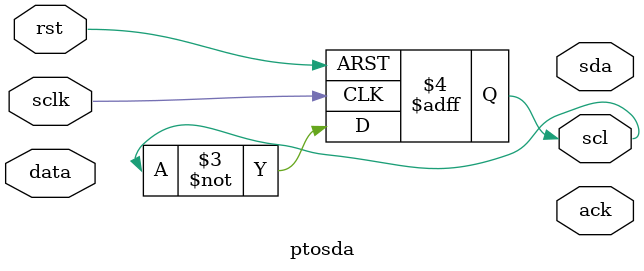
<source format=v>
module ptosda(rst,sclk,ack,scl,sda,data);
input sclk,rst;
input [3:0] data;
output ack,scl,sda;
reg scl,link_sda,ack,sdabuf;
reg [3:0] databuf;
reg [7:0] state;
parameter ready = 8'b0000_0000,
          start = 8'b0000_0001,
          bit1 = 8'b0000_0010,
          bit2 = 8'b0000_0100,
          bit3 = 8'b0000_1000,
          bit4 = 8'b0001_0000,
          bit5 = 8'b0010_0000,
          stop = 8'b0100_0000,
          IDLE = 8'b1000_0000;
always @(posedge sclk or negedge rst) begin
    if(!rst)
        scl=1;
    else
        scl=~scl;
end

endmodule
</source>
